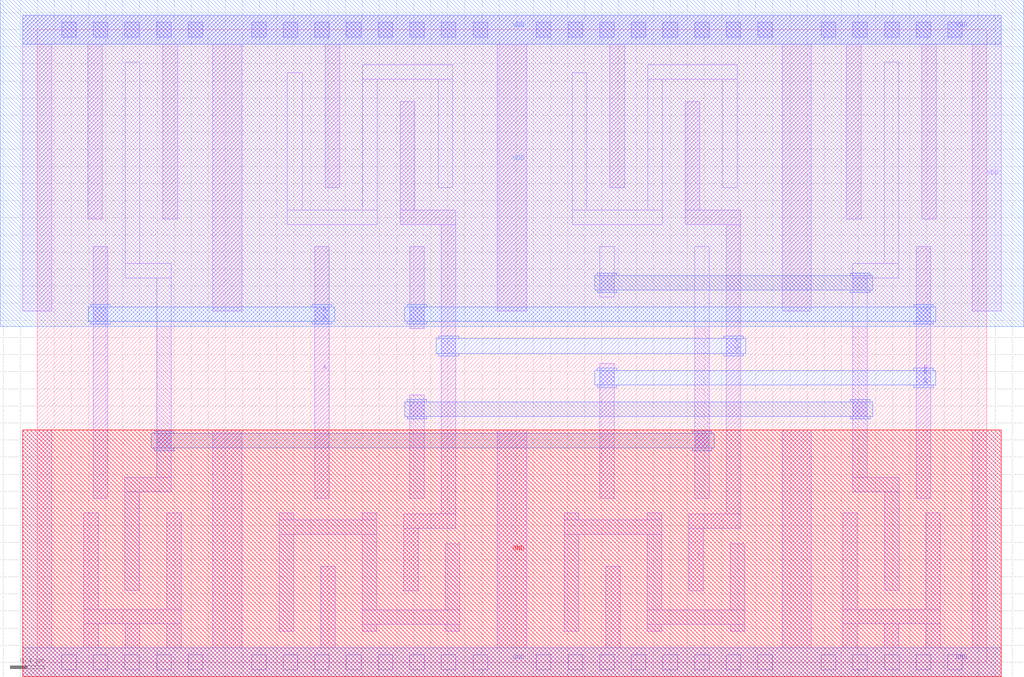
<source format=lef>
VERSION 5.7 ;
  NOWIREEXTENSIONATPIN ON ;
  DIVIDERCHAR "/" ;
  BUSBITCHARS "[]" ;
MACRO XNOR2X1
  CLASS CORE ;
  FOREIGN XNOR2X1 ;
  ORIGIN 0.000 0.000 ;
  SIZE 11.100 BY 7.400 ;
  SYMMETRY X Y R90 ;
  SITE unitrh ;
  PIN Y
    DIRECTION OUTPUT ;
    USE SIGNAL ;
    ANTENNADIFFAREA 1.543800 ;
    PORT
      LAYER li1 ;
        RECT 4.245 5.290 4.415 6.560 ;
        RECT 7.575 5.290 7.745 6.560 ;
        RECT 4.245 5.120 4.895 5.290 ;
        RECT 7.575 5.120 8.225 5.290 ;
        RECT 4.725 1.735 4.895 5.120 ;
        RECT 8.055 1.735 8.225 5.120 ;
        RECT 4.285 1.565 4.895 1.735 ;
        RECT 7.615 1.565 8.225 1.735 ;
        RECT 4.285 0.835 4.455 1.565 ;
        RECT 7.615 0.835 7.785 1.565 ;
      LAYER mcon ;
        RECT 4.725 3.615 4.895 3.785 ;
        RECT 8.055 3.615 8.225 3.785 ;
      LAYER met1 ;
        RECT 4.695 3.785 4.925 3.815 ;
        RECT 8.025 3.785 8.255 3.815 ;
        RECT 4.665 3.615 8.285 3.785 ;
        RECT 4.695 3.585 4.925 3.615 ;
        RECT 8.025 3.585 8.255 3.615 ;
    END
  END Y
  PIN A
    DIRECTION INPUT ;
    USE SIGNAL ;
    ANTENNAGATEAREA 2.060500 ;
    PORT
      LAYER li1 ;
        RECT 0.655 1.920 0.825 4.865 ;
        RECT 3.245 1.915 3.415 4.865 ;
      LAYER mcon ;
        RECT 0.655 3.985 0.825 4.155 ;
        RECT 3.245 3.985 3.415 4.155 ;
      LAYER met1 ;
        RECT 0.625 4.155 0.855 4.185 ;
        RECT 3.215 4.155 3.445 4.185 ;
        RECT 0.595 3.985 3.475 4.155 ;
        RECT 0.625 3.955 0.855 3.985 ;
        RECT 3.215 3.955 3.445 3.985 ;
    END
  END A
  PIN B
    DIRECTION INPUT ;
    USE SIGNAL ;
    ANTENNAGATEAREA 2.060500 ;
    PORT
      LAYER li1 ;
        RECT 4.355 3.905 4.525 4.865 ;
        RECT 6.575 1.915 6.745 3.495 ;
        RECT 10.275 1.920 10.445 4.865 ;
      LAYER mcon ;
        RECT 4.355 3.985 4.525 4.155 ;
        RECT 10.275 3.985 10.445 4.155 ;
        RECT 6.575 3.245 6.745 3.415 ;
        RECT 10.275 3.245 10.445 3.415 ;
      LAYER met1 ;
        RECT 4.325 4.155 4.555 4.185 ;
        RECT 10.245 4.155 10.475 4.185 ;
        RECT 4.295 3.985 10.505 4.155 ;
        RECT 4.325 3.955 4.555 3.985 ;
        RECT 10.245 3.955 10.475 3.985 ;
        RECT 6.545 3.415 6.775 3.445 ;
        RECT 10.245 3.415 10.475 3.445 ;
        RECT 6.515 3.245 10.505 3.415 ;
        RECT 6.545 3.215 6.775 3.245 ;
        RECT 10.245 3.215 10.475 3.245 ;
    END
  END B
  PIN VDD
    DIRECTION INOUT ;
    USE POWER ;
    SHAPE ABUTMENT ;
    PORT
      LAYER nwell ;
        RECT -0.435 3.930 11.535 7.750 ;
      LAYER li1 ;
        RECT -0.170 7.230 11.270 7.570 ;
        RECT -0.170 4.110 0.170 7.230 ;
        RECT 0.590 5.185 0.760 7.230 ;
        RECT 1.470 5.185 1.640 7.230 ;
        RECT 2.050 4.110 2.390 7.230 ;
        RECT 3.365 5.550 3.535 7.230 ;
        RECT 5.380 4.110 5.720 7.230 ;
        RECT 6.695 5.550 6.865 7.230 ;
        RECT 8.710 4.110 9.050 7.230 ;
        RECT 9.460 5.185 9.630 7.230 ;
        RECT 10.340 5.185 10.510 7.230 ;
        RECT 10.930 4.110 11.270 7.230 ;
      LAYER mcon ;
        RECT 0.285 7.315 0.455 7.485 ;
        RECT 0.655 7.315 0.825 7.485 ;
        RECT 1.025 7.315 1.195 7.485 ;
        RECT 1.395 7.315 1.565 7.485 ;
        RECT 1.765 7.315 1.935 7.485 ;
        RECT 2.505 7.315 2.675 7.485 ;
        RECT 2.875 7.315 3.045 7.485 ;
        RECT 3.245 7.315 3.415 7.485 ;
        RECT 3.615 7.315 3.785 7.485 ;
        RECT 3.985 7.315 4.155 7.485 ;
        RECT 4.355 7.315 4.525 7.485 ;
        RECT 4.725 7.315 4.895 7.485 ;
        RECT 5.095 7.315 5.265 7.485 ;
        RECT 5.835 7.315 6.005 7.485 ;
        RECT 6.205 7.315 6.375 7.485 ;
        RECT 6.575 7.315 6.745 7.485 ;
        RECT 6.945 7.315 7.115 7.485 ;
        RECT 7.315 7.315 7.485 7.485 ;
        RECT 7.685 7.315 7.855 7.485 ;
        RECT 8.055 7.315 8.225 7.485 ;
        RECT 8.425 7.315 8.595 7.485 ;
        RECT 9.165 7.315 9.335 7.485 ;
        RECT 9.535 7.315 9.705 7.485 ;
        RECT 9.905 7.315 10.075 7.485 ;
        RECT 10.275 7.315 10.445 7.485 ;
        RECT 10.645 7.315 10.815 7.485 ;
      LAYER met1 ;
        RECT -0.170 7.230 11.270 7.570 ;
    END
  END VDD
  PIN GND
    DIRECTION INOUT ;
    USE GROUND ;
    SHAPE ABUTMENT ;
    PORT
      LAYER pwell ;
        RECT -0.170 -0.170 11.270 2.720 ;
      LAYER li1 ;
        RECT -0.170 0.170 0.170 2.720 ;
        RECT 0.545 0.620 0.715 1.750 ;
        RECT 1.515 0.620 1.685 1.750 ;
        RECT 0.545 0.450 1.685 0.620 ;
        RECT 0.545 0.170 0.715 0.450 ;
        RECT 1.030 0.170 1.200 0.450 ;
        RECT 1.515 0.170 1.685 0.450 ;
        RECT 2.050 0.170 2.390 2.720 ;
        RECT 3.315 0.170 3.485 1.120 ;
        RECT 5.380 0.170 5.720 2.720 ;
        RECT 6.645 0.170 6.815 1.120 ;
        RECT 8.710 0.170 9.050 2.720 ;
        RECT 9.415 0.620 9.585 1.750 ;
        RECT 10.385 0.620 10.555 1.750 ;
        RECT 9.415 0.450 10.555 0.620 ;
        RECT 9.415 0.170 9.585 0.450 ;
        RECT 9.900 0.170 10.070 0.450 ;
        RECT 10.385 0.170 10.555 0.450 ;
        RECT 10.930 0.170 11.270 2.720 ;
        RECT -0.170 -0.170 11.270 0.170 ;
      LAYER mcon ;
        RECT 0.285 -0.085 0.455 0.085 ;
        RECT 0.655 -0.085 0.825 0.085 ;
        RECT 1.025 -0.085 1.195 0.085 ;
        RECT 1.395 -0.085 1.565 0.085 ;
        RECT 1.765 -0.085 1.935 0.085 ;
        RECT 2.505 -0.085 2.675 0.085 ;
        RECT 2.875 -0.085 3.045 0.085 ;
        RECT 3.245 -0.085 3.415 0.085 ;
        RECT 3.615 -0.085 3.785 0.085 ;
        RECT 3.985 -0.085 4.155 0.085 ;
        RECT 4.355 -0.085 4.525 0.085 ;
        RECT 4.725 -0.085 4.895 0.085 ;
        RECT 5.095 -0.085 5.265 0.085 ;
        RECT 5.835 -0.085 6.005 0.085 ;
        RECT 6.205 -0.085 6.375 0.085 ;
        RECT 6.575 -0.085 6.745 0.085 ;
        RECT 6.945 -0.085 7.115 0.085 ;
        RECT 7.315 -0.085 7.485 0.085 ;
        RECT 7.685 -0.085 7.855 0.085 ;
        RECT 8.055 -0.085 8.225 0.085 ;
        RECT 8.425 -0.085 8.595 0.085 ;
        RECT 9.165 -0.085 9.335 0.085 ;
        RECT 9.535 -0.085 9.705 0.085 ;
        RECT 9.905 -0.085 10.075 0.085 ;
        RECT 10.275 -0.085 10.445 0.085 ;
        RECT 10.645 -0.085 10.815 0.085 ;
      LAYER met1 ;
        RECT -0.170 -0.170 11.270 0.170 ;
    END
  END GND
  OBS
      LAYER li1 ;
        RECT 1.030 4.665 1.200 7.020 ;
        RECT 2.925 5.290 3.095 6.900 ;
        RECT 3.805 6.820 4.855 6.990 ;
        RECT 3.805 5.290 3.975 6.820 ;
        RECT 4.685 5.550 4.855 6.820 ;
        RECT 2.925 5.120 3.975 5.290 ;
        RECT 6.255 5.290 6.425 6.900 ;
        RECT 7.135 6.820 8.185 6.990 ;
        RECT 7.135 5.290 7.305 6.820 ;
        RECT 8.015 5.550 8.185 6.820 ;
        RECT 6.255 5.120 7.305 5.290 ;
        RECT 1.030 4.495 1.565 4.665 ;
        RECT 1.395 2.165 1.565 4.495 ;
        RECT 6.575 4.275 6.745 4.865 ;
        RECT 1.025 1.995 1.565 2.165 ;
        RECT 1.025 0.840 1.195 1.995 ;
        RECT 4.355 1.915 4.525 3.125 ;
        RECT 7.685 1.915 7.855 4.865 ;
        RECT 9.900 4.665 10.070 7.020 ;
        RECT 9.535 4.495 10.070 4.665 ;
        RECT 9.535 2.165 9.705 4.495 ;
        RECT 9.535 1.995 10.075 2.165 ;
        RECT 2.830 1.665 3.000 1.745 ;
        RECT 3.800 1.665 3.970 1.745 ;
        RECT 2.830 1.495 3.970 1.665 ;
        RECT 2.830 0.365 3.000 1.495 ;
        RECT 3.800 0.615 3.970 1.495 ;
        RECT 6.160 1.665 6.330 1.745 ;
        RECT 7.130 1.665 7.300 1.745 ;
        RECT 6.160 1.495 7.300 1.665 ;
        RECT 4.770 0.615 4.940 1.385 ;
        RECT 3.800 0.445 4.940 0.615 ;
        RECT 3.800 0.365 3.970 0.445 ;
        RECT 4.770 0.365 4.940 0.445 ;
        RECT 6.160 0.365 6.330 1.495 ;
        RECT 7.130 0.615 7.300 1.495 ;
        RECT 8.100 0.615 8.270 1.385 ;
        RECT 9.905 0.840 10.075 1.995 ;
        RECT 7.130 0.445 8.270 0.615 ;
        RECT 7.130 0.365 7.300 0.445 ;
        RECT 8.100 0.365 8.270 0.445 ;
      LAYER mcon ;
        RECT 6.575 4.355 6.745 4.525 ;
        RECT 1.395 2.505 1.565 2.675 ;
        RECT 4.355 2.875 4.525 3.045 ;
        RECT 7.685 2.505 7.855 2.675 ;
        RECT 9.535 4.355 9.705 4.525 ;
        RECT 9.535 2.875 9.705 3.045 ;
      LAYER met1 ;
        RECT 6.545 4.525 6.775 4.555 ;
        RECT 9.505 4.525 9.735 4.555 ;
        RECT 6.515 4.355 9.765 4.525 ;
        RECT 6.545 4.325 6.775 4.355 ;
        RECT 9.505 4.325 9.735 4.355 ;
        RECT 4.325 3.045 4.555 3.075 ;
        RECT 9.505 3.045 9.735 3.075 ;
        RECT 4.295 2.875 9.765 3.045 ;
        RECT 4.325 2.845 4.555 2.875 ;
        RECT 9.505 2.845 9.735 2.875 ;
        RECT 1.365 2.675 1.595 2.705 ;
        RECT 7.655 2.675 7.885 2.705 ;
        RECT 1.335 2.505 7.915 2.675 ;
        RECT 1.365 2.475 1.595 2.505 ;
        RECT 7.655 2.475 7.885 2.505 ;
  END
END XNOR2X1
END LIBRARY


</source>
